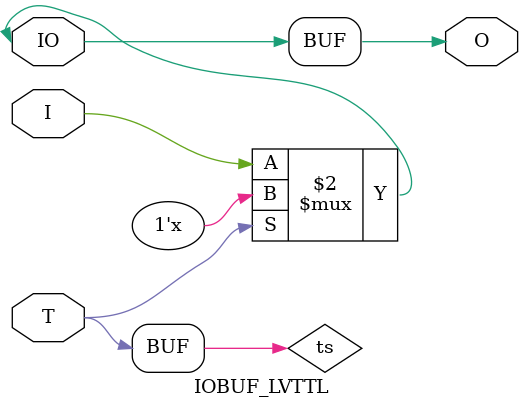
<source format=v>

/*

FUNCTION    : INPUT TRI-STATE OUTPUT BUFFER

*/

`celldefine
`timescale  100 ps / 10 ps

module IOBUF_LVTTL (O, IO, I, T);

    output O;

    inout  IO;

    input  I, T;

    or O1 (ts, 1'b0, T);
    bufif0 T1 (IO, I, ts);

    buf B1 (O, IO);

endmodule

</source>
